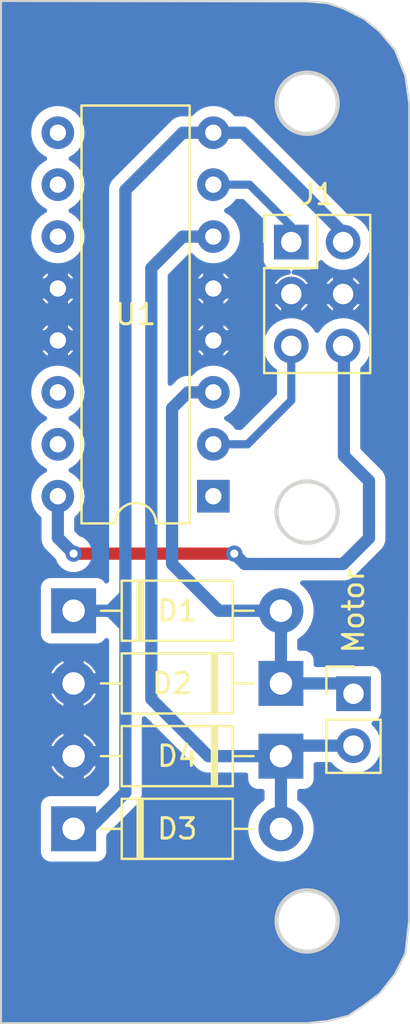
<source format=kicad_pcb>
(kicad_pcb (version 20221018) (generator pcbnew)
  (layers (0 "F.Cu" signal) (31 "B.Cu" signal) (34 "B.Paste" user) (35 "F.Paste" user) (36 "B.SilkS" user "B.Silkscreen") (37 "F.SilkS" user "F.Silkscreen") (38 "B.Mask" user) (39 "F.Mask" user) (44 "Edge.Cuts" user))
  (net 0 "")
  (net 1 "+12V")
  (net 2 "GND")
  (net 3 "HBRIDGE1")
  (net 4 "HBRIDGE2")
  (net 5 "+3.3V")
  (net 12 "/Y1")
  (net 13 "/Y2")
  (footprint "Diode_THT:D_DO-41_SOD81_P10.16mm_Horizontal" (layer "F.Cu") (at 139.573 103.124)
    (fp_text reference "D1" (at 5.08 0) (layer "F.SilkS"))
    (fp_text value "1N4007" hide)
    (fp_line (start 1.34 0) (end 2.36 0) (stroke (width 0.12)) (layer "F.SilkS"))
    (fp_line (start 2.36 -1.47) (end 2.36 1.47) (stroke (width 0.12)) (layer "F.SilkS"))
    (fp_line (start 2.36 1.47) (end 7.8 1.47) (stroke (width 0.12)) (layer "F.SilkS"))
    (fp_line (start 3.14 -1.47) (end 3.14 1.47) (stroke (width 0.12)) (layer "F.SilkS"))
    (fp_line (start 3.26 -1.47) (end 3.26 1.47) (stroke (width 0.12)) (layer "F.SilkS"))
    (fp_line (start 3.38 -1.47) (end 3.38 1.47) (stroke (width 0.12)) (layer "F.SilkS"))
    (fp_line (start 7.8 -1.47) (end 2.36 -1.47) (stroke (width 0.12)) (layer "F.SilkS"))
    (fp_line (start 7.8 1.47) (end 7.8 -1.47) (stroke (width 0.12)) (layer "F.SilkS"))
    (fp_line (start 8.82 0) (end 7.8 0) (stroke (width 0.12)) (layer "F.SilkS"))
    (pad "1" thru_hole rect (at 0 0) (size 2.2 2.2) (drill 1.1) (layers "*.Cu" "*.Mask") (net 1 "+12V"))
    (pad "2" thru_hole oval (at 10.16 0) (size 2.2 2.2) (drill 1.1) (layers "*.Cu" "*.Mask") (net 12 "/Y1"))
  )
  (footprint "Diode_THT:D_DO-41_SOD81_P10.16mm_Horizontal" (layer "F.Cu") (at 149.733 110.236 180)
    (fp_text reference "D4" (at 5.08 0) (layer "F.SilkS"))
    (fp_text value "1N4007" hide)
    (fp_line (start 1.34 0) (end 2.36 0) (stroke (width 0.12)) (layer "F.SilkS"))
    (fp_line (start 2.36 -1.47) (end 2.36 1.47) (stroke (width 0.12)) (layer "F.SilkS"))
    (fp_line (start 2.36 1.47) (end 7.8 1.47) (stroke (width 0.12)) (layer "F.SilkS"))
    (fp_line (start 3.14 -1.47) (end 3.14 1.47) (stroke (width 0.12)) (layer "F.SilkS"))
    (fp_line (start 3.26 -1.47) (end 3.26 1.47) (stroke (width 0.12)) (layer "F.SilkS"))
    (fp_line (start 3.38 -1.47) (end 3.38 1.47) (stroke (width 0.12)) (layer "F.SilkS"))
    (fp_line (start 7.8 -1.47) (end 2.36 -1.47) (stroke (width 0.12)) (layer "F.SilkS"))
    (fp_line (start 7.8 1.47) (end 7.8 -1.47) (stroke (width 0.12)) (layer "F.SilkS"))
    (fp_line (start 8.82 0) (end 7.8 0) (stroke (width 0.12)) (layer "F.SilkS"))
    (pad "1" thru_hole rect (at 0 0 180) (size 2.2 2.2) (drill 1.1) (layers "*.Cu" "*.Mask") (net 13 "/Y2"))
    (pad "2" thru_hole oval (at 10.16 0 180) (size 2.2 2.2) (drill 1.1) (layers "*.Cu" "*.Mask") (net 2 "GND"))
  )
  (footprint "Diode_THT:D_DO-41_SOD81_P10.16mm_Horizontal" (layer "F.Cu") (at 139.573 113.792)
    (fp_text reference "D3" (at 5.08 0) (layer "F.SilkS"))
    (fp_text value "1N4007" hide)
    (fp_line (start 1.34 0) (end 2.36 0) (stroke (width 0.12)) (layer "F.SilkS"))
    (fp_line (start 2.36 -1.47) (end 2.36 1.47) (stroke (width 0.12)) (layer "F.SilkS"))
    (fp_line (start 2.36 1.47) (end 7.8 1.47) (stroke (width 0.12)) (layer "F.SilkS"))
    (fp_line (start 3.14 -1.47) (end 3.14 1.47) (stroke (width 0.12)) (layer "F.SilkS"))
    (fp_line (start 3.26 -1.47) (end 3.26 1.47) (stroke (width 0.12)) (layer "F.SilkS"))
    (fp_line (start 3.38 -1.47) (end 3.38 1.47) (stroke (width 0.12)) (layer "F.SilkS"))
    (fp_line (start 7.8 -1.47) (end 2.36 -1.47) (stroke (width 0.12)) (layer "F.SilkS"))
    (fp_line (start 7.8 1.47) (end 7.8 -1.47) (stroke (width 0.12)) (layer "F.SilkS"))
    (fp_line (start 8.82 0) (end 7.8 0) (stroke (width 0.12)) (layer "F.SilkS"))
    (pad "1" thru_hole rect (at 0 0) (size 2.2 2.2) (drill 1.1) (layers "*.Cu" "*.Mask") (net 1 "+12V"))
    (pad "2" thru_hole oval (at 10.16 0) (size 2.2 2.2) (drill 1.1) (layers "*.Cu" "*.Mask") (net 13 "/Y2"))
  )
  (footprint "Package_DIP:DIP-16_W7.62mm" (layer "F.Cu") (at 146.421 97.521 180)
    (fp_text reference "U1" (at 3.81 8.89) (layer "F.SilkS"))
    (fp_text value "L293" hide)
    (fp_line (start 1.16 -1.33) (end 1.16 19.11) (stroke (width 0.12)) (layer "F.SilkS"))
    (fp_line (start 1.16 19.11) (end 6.46 19.11) (stroke (width 0.12)) (layer "F.SilkS"))
    (fp_line (start 2.81 -1.33) (end 1.16 -1.33) (stroke (width 0.12)) (layer "F.SilkS"))
    (fp_line (start 6.46 -1.33) (end 4.81 -1.33) (stroke (width 0.12)) (layer "F.SilkS"))
    (fp_line (start 6.46 19.11) (end 6.46 -1.33) (stroke (width 0.12)) (layer "F.SilkS"))
    (fp_arc (start 4.81 -1.33) (mid 3.81 -0.33) (end 2.81 -1.33) (stroke (width 0.12)) (layer "F.SilkS"))
    (pad "1" thru_hole rect (at 0 0 180) (size 1.6 1.6) (drill 0.8) (layers "*.Cu" "*.Mask"))
    (pad "2" thru_hole oval (at 0 2.54 180) (size 1.6 1.6) (drill 0.8) (layers "*.Cu" "*.Mask") (net 4 "HBRIDGE2"))
    (pad "3" thru_hole oval (at 0 5.08 180) (size 1.6 1.6) (drill 0.8) (layers "*.Cu" "*.Mask") (net 12 "/Y1"))
    (pad "4" thru_hole oval (at 0 7.62 180) (size 1.6 1.6) (drill 0.8) (layers "*.Cu" "*.Mask") (net 2 "GND"))
    (pad "5" thru_hole oval (at 0 10.16 180) (size 1.6 1.6) (drill 0.8) (layers "*.Cu" "*.Mask") (net 2 "GND"))
    (pad "6" thru_hole oval (at 0 12.7 180) (size 1.6 1.6) (drill 0.8) (layers "*.Cu" "*.Mask") (net 13 "/Y2"))
    (pad "7" thru_hole oval (at 0 15.24 180) (size 1.6 1.6) (drill 0.8) (layers "*.Cu" "*.Mask") (net 3 "HBRIDGE1"))
    (pad "8" thru_hole oval (at 0 17.78 180) (size 1.6 1.6) (drill 0.8) (layers "*.Cu" "*.Mask") (net 1 "+12V"))
    (pad "9" thru_hole oval (at 7.62 17.78 180) (size 1.6 1.6) (drill 0.8) (layers "*.Cu" "*.Mask"))
    (pad "10" thru_hole oval (at 7.62 15.24 180) (size 1.6 1.6) (drill 0.8) (layers "*.Cu" "*.Mask"))
    (pad "11" thru_hole oval (at 7.62 12.7 180) (size 1.6 1.6) (drill 0.8) (layers "*.Cu" "*.Mask"))
    (pad "12" thru_hole oval (at 7.62 10.16 180) (size 1.6 1.6) (drill 0.8) (layers "*.Cu" "*.Mask") (net 2 "GND"))
    (pad "13" thru_hole oval (at 7.62 7.62 180) (size 1.6 1.6) (drill 0.8) (layers "*.Cu" "*.Mask") (net 2 "GND"))
    (pad "14" thru_hole oval (at 7.62 5.08 180) (size 1.6 1.6) (drill 0.8) (layers "*.Cu" "*.Mask"))
    (pad "15" thru_hole oval (at 7.62 2.54 180) (size 1.6 1.6) (drill 0.8) (layers "*.Cu" "*.Mask"))
    (pad "16" thru_hole oval (at 7.62 0 180) (size 1.6 1.6) (drill 0.8) (layers "*.Cu" "*.Mask") (net 5 "+3.3V"))
  )
  (footprint "Connector_PinHeader_2.54mm:PinHeader_2x03_P2.54mm_Vertical" (layer "F.Cu") (at 150.241 85.09)
    (fp_text reference "J1" (at 1.27 -2.33) (layer "F.SilkS"))
    (fp_text value "H Bridge" hide)
    (fp_line (start -1.33 -1.33) (end 0 -1.33) (stroke (width 0.12)) (layer "F.SilkS"))
    (fp_line (start -1.33 0) (end -1.33 -1.33) (stroke (width 0.12)) (layer "F.SilkS"))
    (fp_line (start -1.33 1.27) (end -1.33 6.41) (stroke (width 0.12)) (layer "F.SilkS"))
    (fp_line (start -1.33 1.27) (end 1.27 1.27) (stroke (width 0.12)) (layer "F.SilkS"))
    (fp_line (start -1.33 6.41) (end 3.87 6.41) (stroke (width 0.12)) (layer "F.SilkS"))
    (fp_line (start 1.27 -1.33) (end 3.87 -1.33) (stroke (width 0.12)) (layer "F.SilkS"))
    (fp_line (start 1.27 1.27) (end 1.27 -1.33) (stroke (width 0.12)) (layer "F.SilkS"))
    (fp_line (start 3.87 -1.33) (end 3.87 6.41) (stroke (width 0.12)) (layer "F.SilkS"))
    (pad "1" thru_hole rect (at 0 0) (size 1.7 1.7) (drill 1) (layers "*.Cu" "*.Mask") (net 3 "HBRIDGE1"))
    (pad "2" thru_hole oval (at 2.54 0) (size 1.7 1.7) (drill 1) (layers "*.Cu" "*.Mask") (net 1 "+12V"))
    (pad "3" thru_hole oval (at 0 2.54) (size 1.7 1.7) (drill 1) (layers "*.Cu" "*.Mask") (net 2 "GND"))
    (pad "4" thru_hole oval (at 2.54 2.54) (size 1.7 1.7) (drill 1) (layers "*.Cu" "*.Mask") (net 2 "GND"))
    (pad "5" thru_hole oval (at 0 5.08) (size 1.7 1.7) (drill 1) (layers "*.Cu" "*.Mask") (net 4 "HBRIDGE2"))
    (pad "6" thru_hole oval (at 2.54 5.08) (size 1.7 1.7) (drill 1) (layers "*.Cu" "*.Mask") (net 5 "+3.3V"))
  )
  (footprint "Connector_PinHeader_2.54mm:PinHeader_1x02_P2.54mm_Vertical" (layer "F.Cu") (at 153.289 107.183)
    (fp_text reference "J2" hide)
    (fp_text value "Motor" (at 0 -4.059 90) (layer "F.SilkS"))
    (fp_line (start -1.33 -1.33) (end 0 -1.33) (stroke (width 0.12)) (layer "F.SilkS"))
    (fp_line (start -1.33 0) (end -1.33 -1.33) (stroke (width 0.12)) (layer "F.SilkS"))
    (fp_line (start -1.33 1.27) (end -1.33 3.87) (stroke (width 0.12)) (layer "F.SilkS"))
    (fp_line (start -1.33 1.27) (end 1.33 1.27) (stroke (width 0.12)) (layer "F.SilkS"))
    (fp_line (start -1.33 3.87) (end 1.33 3.87) (stroke (width 0.12)) (layer "F.SilkS"))
    (fp_line (start 1.33 1.27) (end 1.33 3.87) (stroke (width 0.12)) (layer "F.SilkS"))
    (pad "1" thru_hole rect (at 0 0) (size 1.7 1.7) (drill 1) (layers "*.Cu" "*.Mask") (net 12 "/Y1"))
    (pad "2" thru_hole oval (at 0 2.54) (size 1.7 1.7) (drill 1) (layers "*.Cu" "*.Mask") (net 13 "/Y2"))
  )
  (footprint "Diode_THT:D_DO-41_SOD81_P10.16mm_Horizontal" (layer "F.Cu") (at 149.733 106.68 180)
    (fp_text reference "D2" (at 5.334 0) (layer "F.SilkS"))
    (fp_text value "1N4007" hide)
    (fp_line (start 1.34 0) (end 2.36 0) (stroke (width 0.12)) (layer "F.SilkS"))
    (fp_line (start 2.36 -1.47) (end 2.36 1.47) (stroke (width 0.12)) (layer "F.SilkS"))
    (fp_line (start 2.36 1.47) (end 7.8 1.47) (stroke (width 0.12)) (layer "F.SilkS"))
    (fp_line (start 3.14 -1.47) (end 3.14 1.47) (stroke (width 0.12)) (layer "F.SilkS"))
    (fp_line (start 3.26 -1.47) (end 3.26 1.47) (stroke (width 0.12)) (layer "F.SilkS"))
    (fp_line (start 3.38 -1.47) (end 3.38 1.47) (stroke (width 0.12)) (layer "F.SilkS"))
    (fp_line (start 7.8 -1.47) (end 2.36 -1.47) (stroke (width 0.12)) (layer "F.SilkS"))
    (fp_line (start 7.8 1.47) (end 7.8 -1.47) (stroke (width 0.12)) (layer "F.SilkS"))
    (fp_line (start 8.82 0) (end 7.8 0) (stroke (width 0.12)) (layer "F.SilkS"))
    (pad "1" thru_hole rect (at 0 0 180) (size 2.2 2.2) (drill 1.1) (layers "*.Cu" "*.Mask") (net 12 "/Y1"))
    (pad "2" thru_hole oval (at 10.16 0 180) (size 2.2 2.2) (drill 1.1) (layers "*.Cu" "*.Mask") (net 2 "GND"))
  )
  (gr_circle (center 151.017 98.298) (end 152.517 98.298) (stroke (width 0.2)) (fill none) (layer "Edge.Cuts"))
  (gr_circle (center 151.017 78.298) (end 152.517 78.298) (stroke (width 0.2)) (fill none) (layer "Edge.Cuts"))
  (gr_poly (pts (xy 151.018845 73.319336) (xy 136.017 73.298) (xy 136.017 123.298) (xy 151.017 123.298) (xy 152.019 123.19) (xy 153.035 122.936) (xy 153.797 122.428) (xy 154.565748 121.84888) (xy 155.321 120.904) (xy 155.829 119.888) (xy 156.009846 118.298087) (xy 156.017 78.298) (xy 155.829 76.962) (xy 155.321 75.692) (xy 154.549011 74.773542) (xy 153.797 74.168) (xy 152.781 73.66) (xy 152.019 73.406)) (stroke (width 0.1)) (fill none) (layer "Edge.Cuts"))
  (gr_circle (center 151.017 118.298) (end 152.517 118.298) (stroke (width 0.2)) (fill none) (layer "Edge.Cuts"))
  (segment (start 142.113 102.362) (end 142.113 82.55) (width 0.6) (layer "B.Cu") (net 1))
  (segment (start 140.335 113.792) (end 142.113 112.014) (width 0.6) (layer "B.Cu") (net 1))
  (segment (start 144.922 79.741) (end 146.421 79.741) (width 0.6) (layer "B.Cu") (net 1))
  (segment (start 142.113 102.87) (end 142.113 102.362) (width 0.6) (layer "B.Cu") (net 1))
  (segment (start 141.351 103.124) (end 142.113 103.886) (width 0.6) (layer "B.Cu") (net 1))
  (segment (start 141.351 103.124) (end 142.113 102.362) (width 0.6) (layer "B.Cu") (net 1))
  (segment (start 139.573 113.792) (end 140.335 113.792) (width 0.6) (layer "B.Cu") (net 1))
  (segment (start 146.421 79.741) (end 147.8765 79.741) (width 0.6) (layer "B.Cu") (net 1))
  (segment (start 142.113 82.55) (end 144.922 79.741) (width 0.6) (layer "B.Cu") (net 1))
  (segment (start 141.859 103.124) (end 142.113 102.87) (width 0.6) (layer "B.Cu") (net 1))
  (segment (start 141.351 103.124) (end 141.859 103.124) (width 0.6) (layer "B.Cu") (net 1))
  (segment (start 152.781 84.6455) (end 152.781 85.09) (width 0.6) (layer "B.Cu") (net 1))
  (segment (start 139.573 103.124) (end 141.351 103.124) (width 0.6) (layer "B.Cu") (net 1))
  (segment (start 147.8765 79.741) (end 152.781 84.6455) (width 0.6) (layer "B.Cu") (net 1))
  (segment (start 142.113 103.886) (end 142.113 102.87) (width 0.6) (layer "B.Cu") (net 1))
  (segment (start 142.113 112.014) (end 142.113 103.886) (width 0.6) (layer "B.Cu") (net 1))
  (segment (start 150.241 84.328) (end 148.194 82.281) (width 0.4) (layer "B.Cu") (net 3))
  (segment (start 150.241 85.09) (end 150.241 84.328) (width 0.4) (layer "B.Cu") (net 3))
  (segment (start 148.194 82.281) (end 146.421 82.281) (width 0.4) (layer "B.Cu") (net 3))
  (segment (start 148.097 94.981) (end 150.241 92.837) (width 0.4) (layer "B.Cu") (net 4))
  (segment (start 150.241 92.837) (end 150.241 90.17) (width 0.4) (layer "B.Cu") (net 4))
  (segment (start 146.421 94.981) (end 148.097 94.981) (width 0.4) (layer "B.Cu") (net 4))
  (segment (start 147.447 100.33) (end 139.573 100.33) (width 0.6) (layer "F.Cu") (net 5))
  (via (at 139.573 100.33) (size 0.8) (drill 0.4) (layers "F.Cu" "B.Cu") (net 5))
  (via (at 147.447 100.33) (size 0.8) (drill 0.4) (layers "F.Cu" "B.Cu") (net 5))
  (segment (start 153.543 96.266) (end 154.051 96.774) (width 0.6) (layer "B.Cu") (net 5))
  (segment (start 152.818917 95.541917) (end 153.543 96.266) (width 0.6) (layer "B.Cu") (net 5))
  (segment (start 154.051 99.568) (end 153.035 100.584) (width 0.6) (layer "B.Cu") (net 5))
  (segment (start 154.051 98.806) (end 154.051 99.568) (width 0.6) (layer "B.Cu") (net 5))
  (segment (start 152.818917 90.207917) (end 152.818917 95.541917) (width 0.6) (layer "B.Cu") (net 5))
  (segment (start 154.051 96.774) (end 154.051 98.806) (width 0.6) (layer "B.Cu") (net 5))
  (segment (start 152.781 90.17) (end 152.818917 90.207917) (width 0.6) (layer "B.Cu") (net 5))
  (segment (start 147.955 100.838) (end 147.447 100.33) (width 0.6) (layer "B.Cu") (net 5))
  (segment (start 152.781 100.838) (end 150.495 100.838) (width 0.6) (layer "B.Cu") (net 5))
  (segment (start 150.495 100.838) (end 147.955 100.838) (width 0.6) (layer "B.Cu") (net 5))
  (segment (start 139.573 100.33) (end 138.801 99.558) (width 0.6) (layer "B.Cu") (net 5))
  (segment (start 153.035 100.584) (end 152.781 100.838) (width 0.6) (layer "B.Cu") (net 5))
  (segment (start 138.801 99.558) (end 138.801 97.521) (width 0.6) (layer "B.Cu") (net 5))
  (segment (start 145.176 92.441) (end 144.399 93.218) (width 0.6) (layer "B.Cu") (net 12))
  (segment (start 152.786 106.68) (end 153.289 107.183) (width 0.6) (layer "B.Cu") (net 12))
  (segment (start 146.685 103.124) (end 149.733 103.124) (width 0.6) (layer "B.Cu") (net 12))
  (segment (start 144.399 100.838) (end 146.685 103.124) (width 0.6) (layer "B.Cu") (net 12))
  (segment (start 146.421 92.441) (end 145.176 92.441) (width 0.6) (layer "B.Cu") (net 12))
  (segment (start 149.733 106.68) (end 149.733 103.124) (width 0.6) (layer "B.Cu") (net 12))
  (segment (start 149.733 106.68) (end 152.786 106.68) (width 0.6) (layer "B.Cu") (net 12))
  (segment (start 144.399 93.218) (end 144.399 100.838) (width 0.6) (layer "B.Cu") (net 12))
  (segment (start 146.421 84.821) (end 144.922 84.821) (width 0.6) (layer "B.Cu") (net 13))
  (segment (start 153.289 109.723) (end 150.246 109.723) (width 0.6) (layer "B.Cu") (net 13))
  (segment (start 143.383 86.36) (end 143.383 107.442) (width 0.6) (layer "B.Cu") (net 13))
  (segment (start 149.733 110.236) (end 149.733 113.792) (width 0.6) (layer "B.Cu") (net 13))
  (segment (start 143.383 107.442) (end 146.177 110.236) (width 0.6) (layer "B.Cu") (net 13))
  (segment (start 150.246 109.723) (end 149.733 110.236) (width 0.6) (layer "B.Cu") (net 13))
  (segment (start 144.922 84.821) (end 143.383 86.36) (width 0.6) (layer "B.Cu") (net 13))
  (segment (start 146.177 110.236) (end 149.733 110.236) (width 0.6) (layer "B.Cu") (net 13))
  (zone (net 2) (net_name "GND") (layer "B.Cu") (connect_pads (clearance 0.5)) (min_thickness 0.25) (fill yes (thermal_gap 0.1) (thermal_bridge_width 1))
    (polygon (pts (xy 136.017 73.279) (xy 151.003 73.279) (xy 152.019 73.406) (xy 152.781 73.66) (xy 153.797 74.168) (xy 154.559 74.803) (xy 155.321 75.692) (xy 155.829 76.962) (xy 156.083 78.359) (xy 156.083 118.364) (xy 155.829 119.888) (xy 155.321 120.904) (xy 154.559 121.92) (xy 153.035 122.936) (xy 152.019 123.19) (xy 151.003 123.317) (xy 136.017 123.317)))
  )
)
</source>
